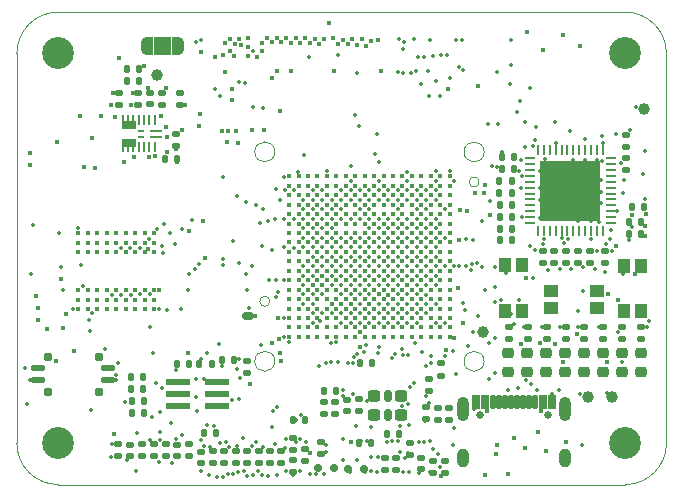
<source format=gts>
G04 #@! TF.GenerationSoftware,KiCad,Pcbnew,9.0.1+dfsg-1*
G04 #@! TF.CreationDate,2025-07-10T12:54:24+02:00*
G04 #@! TF.ProjectId,ulx5m-gs,756c7835-6d2d-4677-932e-6b696361645f,rev?*
G04 #@! TF.SameCoordinates,Original*
G04 #@! TF.FileFunction,Soldermask,Top*
G04 #@! TF.FilePolarity,Negative*
%FSLAX46Y46*%
G04 Gerber Fmt 4.6, Leading zero omitted, Abs format (unit mm)*
G04 Created by KiCad (PCBNEW 9.0.1+dfsg-1) date 2025-07-10 12:54:24*
%MOMM*%
%LPD*%
G01*
G04 APERTURE LIST*
G04 Aperture macros list*
%AMRoundRect*
0 Rectangle with rounded corners*
0 $1 Rounding radius*
0 $2 $3 $4 $5 $6 $7 $8 $9 X,Y pos of 4 corners*
0 Add a 4 corners polygon primitive as box body*
4,1,4,$2,$3,$4,$5,$6,$7,$8,$9,$2,$3,0*
0 Add four circle primitives for the rounded corners*
1,1,$1+$1,$2,$3*
1,1,$1+$1,$4,$5*
1,1,$1+$1,$6,$7*
1,1,$1+$1,$8,$9*
0 Add four rect primitives between the rounded corners*
20,1,$1+$1,$2,$3,$4,$5,0*
20,1,$1+$1,$4,$5,$6,$7,0*
20,1,$1+$1,$6,$7,$8,$9,0*
20,1,$1+$1,$8,$9,$2,$3,0*%
%AMFreePoly0*
4,1,23,0.550000,-0.750000,0.000000,-0.750000,0.000000,-0.745722,-0.065263,-0.745722,-0.191342,-0.711940,-0.304381,-0.646677,-0.396677,-0.554381,-0.461940,-0.441342,-0.495722,-0.315263,-0.495722,-0.250000,-0.500000,-0.250000,-0.500000,0.250000,-0.495722,0.250000,-0.495722,0.315263,-0.461940,0.441342,-0.396677,0.554381,-0.304381,0.646677,-0.191342,0.711940,-0.065263,0.745722,0.000000,0.745722,
0.000000,0.750000,0.550000,0.750000,0.550000,-0.750000,0.550000,-0.750000,$1*%
%AMFreePoly1*
4,1,23,0.000000,0.745722,0.065263,0.745722,0.191342,0.711940,0.304381,0.646677,0.396677,0.554381,0.461940,0.441342,0.495722,0.315263,0.495722,0.250000,0.500000,0.250000,0.500000,-0.250000,0.495722,-0.250000,0.495722,-0.315263,0.461940,-0.441342,0.396677,-0.554381,0.304381,-0.646677,0.191342,-0.711940,0.065263,-0.745722,0.000000,-0.745722,0.000000,-0.750000,-0.550000,-0.750000,
-0.550000,0.750000,0.000000,0.750000,0.000000,0.745722,0.000000,0.745722,$1*%
G04 Aperture macros list end*
%ADD10C,0.100000*%
%ADD11RoundRect,0.135000X0.185000X-0.135000X0.185000X0.135000X-0.185000X0.135000X-0.185000X-0.135000X0*%
%ADD12RoundRect,0.135000X0.135000X0.185000X-0.135000X0.185000X-0.135000X-0.185000X0.135000X-0.185000X0*%
%ADD13RoundRect,0.140000X-0.170000X0.140000X-0.170000X-0.140000X0.170000X-0.140000X0.170000X0.140000X0*%
%ADD14RoundRect,0.218750X-0.256250X0.218750X-0.256250X-0.218750X0.256250X-0.218750X0.256250X0.218750X0*%
%ADD15RoundRect,0.140000X0.170000X-0.140000X0.170000X0.140000X-0.170000X0.140000X-0.170000X-0.140000X0*%
%ADD16C,2.700000*%
%ADD17C,0.400000*%
%ADD18R,1.150000X1.050000*%
%ADD19RoundRect,0.135000X-0.185000X0.135000X-0.185000X-0.135000X0.185000X-0.135000X0.185000X0.135000X0*%
%ADD20RoundRect,0.135000X-0.135000X-0.185000X0.135000X-0.185000X0.135000X0.185000X-0.135000X0.185000X0*%
%ADD21C,1.000000*%
%ADD22RoundRect,0.150000X0.150000X0.200000X-0.150000X0.200000X-0.150000X-0.200000X0.150000X-0.200000X0*%
%ADD23RoundRect,0.147500X0.172500X-0.147500X0.172500X0.147500X-0.172500X0.147500X-0.172500X-0.147500X0*%
%ADD24C,0.650000*%
%ADD25RoundRect,0.070000X0.150000X0.500000X-0.150000X0.500000X-0.150000X-0.500000X0.150000X-0.500000X0*%
%ADD26RoundRect,0.070000X-0.150000X-0.500000X0.150000X-0.500000X0.150000X0.500000X-0.150000X0.500000X0*%
%ADD27RoundRect,0.070000X0.300000X0.500000X-0.300000X0.500000X-0.300000X-0.500000X0.300000X-0.500000X0*%
%ADD28RoundRect,0.070000X-0.300000X-0.500000X0.300000X-0.500000X0.300000X0.500000X-0.300000X0.500000X0*%
%ADD29O,1.000000X1.600000*%
%ADD30O,1.000000X2.100000*%
%ADD31R,1.050000X1.150000*%
%ADD32RoundRect,0.062500X-0.062500X0.375000X-0.062500X-0.375000X0.062500X-0.375000X0.062500X0.375000X0*%
%ADD33RoundRect,0.062500X-0.375000X0.062500X-0.375000X-0.062500X0.375000X-0.062500X0.375000X0.062500X0*%
%ADD34R,5.150000X5.150000*%
%ADD35RoundRect,0.250000X-0.275000X0.250000X-0.275000X-0.250000X0.275000X-0.250000X0.275000X0.250000X0*%
%ADD36RoundRect,0.162500X-0.162500X0.337500X-0.162500X-0.337500X0.162500X-0.337500X0.162500X0.337500X0*%
%ADD37RoundRect,0.125000X0.475000X0.125000X-0.475000X0.125000X-0.475000X-0.125000X0.475000X-0.125000X0*%
%ADD38RoundRect,0.175000X0.175000X0.175000X-0.175000X0.175000X-0.175000X-0.175000X0.175000X-0.175000X0*%
%ADD39FreePoly0,0.000000*%
%ADD40R,1.000000X1.500000*%
%ADD41FreePoly1,0.000000*%
%ADD42RoundRect,0.150000X0.350000X0.150000X-0.350000X0.150000X-0.350000X-0.150000X0.350000X-0.150000X0*%
%ADD43R,0.203200X0.812800*%
%ADD44R,0.203200X0.508000*%
%ADD45R,1.092200X0.254000*%
%ADD46R,0.508000X0.254000*%
%ADD47R,2.000000X0.500000*%
%ADD48C,0.420000*%
%ADD49C,0.450000*%
%ADD50C,0.350000*%
G04 #@! TA.AperFunction,Profile*
%ADD51C,0.100000*%
G04 #@! TD*
G04 APERTURE END LIST*
G36*
X70785000Y-59590000D02*
G01*
X72285000Y-59590000D01*
X72285000Y-61090000D01*
X70785000Y-61090000D01*
X70785000Y-59590000D01*
G37*
D10*
X69176602Y-67325000D02*
X68073401Y-67325000D01*
X68073401Y-66727000D01*
X69176602Y-66727000D01*
X69176602Y-67325000D01*
G36*
X69176602Y-67325000D02*
G01*
X68073401Y-67325000D01*
X68073401Y-66727000D01*
X69176602Y-66727000D01*
X69176602Y-67325000D01*
G37*
X69176602Y-68823000D02*
X68073401Y-68823000D01*
X68073401Y-68225000D01*
X69176602Y-68225000D01*
X69176602Y-68823000D01*
G36*
X69176602Y-68823000D02*
G01*
X68073401Y-68823000D01*
X68073401Y-68225000D01*
X69176602Y-68225000D01*
X69176602Y-68823000D01*
G37*
D11*
X73810000Y-95090000D03*
X73810000Y-94070000D03*
D12*
X101270000Y-70740000D03*
X100250000Y-70740000D03*
D13*
X93870000Y-90930000D03*
X93870000Y-91890000D03*
D14*
X107230000Y-86352500D03*
X107230000Y-87927500D03*
D15*
X76760000Y-95630000D03*
X76760000Y-94670000D03*
D16*
X62710000Y-93980000D03*
D17*
X82260000Y-71380000D03*
X83060000Y-71380000D03*
X83860000Y-71380000D03*
X84660000Y-71380000D03*
X85460000Y-71380000D03*
X86260000Y-71380000D03*
X87060000Y-71380000D03*
X87860000Y-71380000D03*
X88660000Y-71380000D03*
X89460000Y-71380000D03*
X90260000Y-71380000D03*
X91060000Y-71380000D03*
X91860000Y-71380000D03*
X92660000Y-71380000D03*
X93460000Y-71380000D03*
X94260000Y-71380000D03*
X95060000Y-71380000D03*
X95860000Y-71380000D03*
X82260000Y-72180000D03*
X83060000Y-72180000D03*
X83860000Y-72180000D03*
X84660000Y-72180000D03*
X85460000Y-72180000D03*
X86260000Y-72180000D03*
X87060000Y-72180000D03*
X87860000Y-72180000D03*
X88660000Y-72180000D03*
X89460000Y-72180000D03*
X90260000Y-72180000D03*
X91060000Y-72180000D03*
X91860000Y-72180000D03*
X92660000Y-72180000D03*
X93460000Y-72180000D03*
X94260000Y-72180000D03*
X95060000Y-72180000D03*
X95860000Y-72180000D03*
X82260000Y-72980000D03*
X83060000Y-72980000D03*
X83860000Y-72980000D03*
X84660000Y-72980000D03*
X85460000Y-72980000D03*
X86260000Y-72980000D03*
X87060000Y-72980000D03*
X87860000Y-72980000D03*
X88660000Y-72980000D03*
X89460000Y-72980000D03*
X90260000Y-72980000D03*
X91060000Y-72980000D03*
X91860000Y-72980000D03*
X92660000Y-72980000D03*
X93460000Y-72980000D03*
X94260000Y-72980000D03*
X95060000Y-72980000D03*
X95860000Y-72980000D03*
X82260000Y-73780000D03*
X83060000Y-73780000D03*
X83860000Y-73780000D03*
X84660000Y-73780000D03*
X85460000Y-73780000D03*
X86260000Y-73780000D03*
X87060000Y-73780000D03*
X87860000Y-73780000D03*
X88660000Y-73780000D03*
X89460000Y-73780000D03*
X90260000Y-73780000D03*
X91060000Y-73780000D03*
X91860000Y-73780000D03*
X92660000Y-73780000D03*
X93460000Y-73780000D03*
X94260000Y-73780000D03*
X95060000Y-73780000D03*
X95860000Y-73780000D03*
X82260000Y-74580000D03*
X83060000Y-74580000D03*
X83860000Y-74580000D03*
X84660000Y-74580000D03*
X85460000Y-74580000D03*
X86260000Y-74580000D03*
X87060000Y-74580000D03*
X87860000Y-74580000D03*
X88660000Y-74580000D03*
X89460000Y-74580000D03*
X90260000Y-74580000D03*
X91060000Y-74580000D03*
X91860000Y-74580000D03*
X92660000Y-74580000D03*
X93460000Y-74580000D03*
X94260000Y-74580000D03*
X95060000Y-74580000D03*
X95860000Y-74580000D03*
X82260000Y-75380000D03*
X83060000Y-75380000D03*
X83860000Y-75380000D03*
X84660000Y-75380000D03*
X85460000Y-75380000D03*
X86260000Y-75380000D03*
X87060000Y-75380000D03*
X87860000Y-75380000D03*
X88660000Y-75380000D03*
X89460000Y-75380000D03*
X90260000Y-75380000D03*
X91060000Y-75380000D03*
X91860000Y-75380000D03*
X92660000Y-75380000D03*
X93460000Y-75380000D03*
X94260000Y-75380000D03*
X95060000Y-75380000D03*
X95860000Y-75380000D03*
X82260000Y-76180000D03*
X83060000Y-76180000D03*
X83860000Y-76180000D03*
X84660000Y-76180000D03*
X85460000Y-76180000D03*
X86260000Y-76180000D03*
X87060000Y-76180000D03*
X87860000Y-76180000D03*
X88660000Y-76180000D03*
X89460000Y-76180000D03*
X90260000Y-76180000D03*
X91060000Y-76180000D03*
X91860000Y-76180000D03*
X92660000Y-76180000D03*
X93460000Y-76180000D03*
X94260000Y-76180000D03*
X95060000Y-76180000D03*
X95860000Y-76180000D03*
X82260000Y-76980000D03*
X83060000Y-76980000D03*
X83860000Y-76980000D03*
X84660000Y-76980000D03*
X85460000Y-76980000D03*
X86260000Y-76980000D03*
X87060000Y-76980000D03*
X87860000Y-76980000D03*
X88660000Y-76980000D03*
X89460000Y-76980000D03*
X90260000Y-76980000D03*
X91060000Y-76980000D03*
X91860000Y-76980000D03*
X92660000Y-76980000D03*
X93460000Y-76980000D03*
X94260000Y-76980000D03*
X95060000Y-76980000D03*
X95860000Y-76980000D03*
X82260000Y-77780000D03*
X83060000Y-77780000D03*
X83860000Y-77780000D03*
X84660000Y-77780000D03*
X85460000Y-77780000D03*
X86260000Y-77780000D03*
X87060000Y-77780000D03*
X87860000Y-77780000D03*
X88660000Y-77780000D03*
X89460000Y-77780000D03*
X90260000Y-77780000D03*
X91060000Y-77780000D03*
X91860000Y-77780000D03*
X92660000Y-77780000D03*
X93460000Y-77780000D03*
X94260000Y-77780000D03*
X95060000Y-77780000D03*
X95860000Y-77780000D03*
X82260000Y-78580000D03*
X83060000Y-78580000D03*
X83860000Y-78580000D03*
X84660000Y-78580000D03*
X85460000Y-78580000D03*
X86260000Y-78580000D03*
X87060000Y-78580000D03*
X87860000Y-78580000D03*
X88660000Y-78580000D03*
X89460000Y-78580000D03*
X90260000Y-78580000D03*
X91060000Y-78580000D03*
X91860000Y-78580000D03*
X92660000Y-78580000D03*
X93460000Y-78580000D03*
X94260000Y-78580000D03*
X95060000Y-78580000D03*
X95860000Y-78580000D03*
X82260000Y-79380000D03*
X83060000Y-79380000D03*
X83860000Y-79380000D03*
X84660000Y-79380000D03*
X85460000Y-79380000D03*
X86260000Y-79380000D03*
X87060000Y-79380000D03*
X87860000Y-79380000D03*
X88660000Y-79380000D03*
X89460000Y-79380000D03*
X90260000Y-79380000D03*
X91060000Y-79380000D03*
X91860000Y-79380000D03*
X92660000Y-79380000D03*
X93460000Y-79380000D03*
X94260000Y-79380000D03*
X95060000Y-79380000D03*
X95860000Y-79380000D03*
X82260000Y-80180000D03*
X83060000Y-80180000D03*
X83860000Y-80180000D03*
X84660000Y-80180000D03*
X85460000Y-80180000D03*
X86260000Y-80180000D03*
X87060000Y-80180000D03*
X87860000Y-80180000D03*
X88660000Y-80180000D03*
X89460000Y-80180000D03*
X90260000Y-80180000D03*
X91060000Y-80180000D03*
X91860000Y-80180000D03*
X92660000Y-80180000D03*
X93460000Y-80180000D03*
X94260000Y-80180000D03*
X95060000Y-80180000D03*
X95860000Y-80180000D03*
X82260000Y-80980000D03*
X83060000Y-80980000D03*
X83860000Y-80980000D03*
X84660000Y-80980000D03*
X85460000Y-80980000D03*
X86260000Y-80980000D03*
X87060000Y-80980000D03*
X87860000Y-80980000D03*
X88660000Y-80980000D03*
X89460000Y-80980000D03*
X90260000Y-80980000D03*
X91060000Y-80980000D03*
X91860000Y-80980000D03*
X92660000Y-80980000D03*
X93460000Y-80980000D03*
X94260000Y-80980000D03*
X95060000Y-80980000D03*
X95860000Y-80980000D03*
X82260000Y-81780000D03*
X83060000Y-81780000D03*
X83860000Y-81780000D03*
X84660000Y-81780000D03*
X85460000Y-81780000D03*
X86260000Y-81780000D03*
X87060000Y-81780000D03*
X87860000Y-81780000D03*
X88660000Y-81780000D03*
X89460000Y-81780000D03*
X90260000Y-81780000D03*
X91060000Y-81780000D03*
X91860000Y-81780000D03*
X92660000Y-81780000D03*
X93460000Y-81780000D03*
X94260000Y-81780000D03*
X95060000Y-81780000D03*
X95860000Y-81780000D03*
X82260000Y-82580000D03*
X83060000Y-82580000D03*
X83860000Y-82580000D03*
X84660000Y-82580000D03*
X85460000Y-82580000D03*
X86260000Y-82580000D03*
X87060000Y-82580000D03*
X87860000Y-82580000D03*
X88660000Y-82580000D03*
X89460000Y-82580000D03*
X90260000Y-82580000D03*
X91060000Y-82580000D03*
X91860000Y-82580000D03*
X92660000Y-82580000D03*
X93460000Y-82580000D03*
X94260000Y-82580000D03*
X95060000Y-82580000D03*
X95860000Y-82580000D03*
X82260000Y-83380000D03*
X83060000Y-83380000D03*
X83860000Y-83380000D03*
X84660000Y-83380000D03*
X85460000Y-83380000D03*
X86260000Y-83380000D03*
X87060000Y-83380000D03*
X87860000Y-83380000D03*
X88660000Y-83380000D03*
X89460000Y-83380000D03*
X90260000Y-83380000D03*
X91060000Y-83380000D03*
X91860000Y-83380000D03*
X92660000Y-83380000D03*
X93460000Y-83380000D03*
X94260000Y-83380000D03*
X95060000Y-83380000D03*
X95860000Y-83380000D03*
X82260000Y-84180000D03*
X83060000Y-84180000D03*
X83860000Y-84180000D03*
X84660000Y-84180000D03*
X85460000Y-84180000D03*
X86260000Y-84180000D03*
X87060000Y-84180000D03*
X87860000Y-84180000D03*
X88660000Y-84180000D03*
X89460000Y-84180000D03*
X90260000Y-84180000D03*
X91060000Y-84180000D03*
X91860000Y-84180000D03*
X92660000Y-84180000D03*
X93460000Y-84180000D03*
X94260000Y-84180000D03*
X95060000Y-84180000D03*
X95860000Y-84180000D03*
X82260000Y-84980000D03*
X83060000Y-84980000D03*
X83860000Y-84980000D03*
X84660000Y-84980000D03*
X85460000Y-84980000D03*
X86260000Y-84980000D03*
X87060000Y-84980000D03*
X87860000Y-84980000D03*
X88660000Y-84980000D03*
X89460000Y-84980000D03*
X90260000Y-84980000D03*
X91060000Y-84980000D03*
X91860000Y-84980000D03*
X92660000Y-84980000D03*
X93460000Y-84980000D03*
X94260000Y-84980000D03*
X95060000Y-84980000D03*
X95860000Y-84980000D03*
D15*
X81610000Y-95630000D03*
X81610000Y-94670000D03*
D12*
X112045000Y-75290000D03*
X111025000Y-75290000D03*
D14*
X112030000Y-86352500D03*
X112030000Y-87927500D03*
D15*
X87160000Y-91240000D03*
X87160000Y-90280000D03*
D18*
X108298748Y-82540000D03*
X104448748Y-82540000D03*
X108298748Y-81090000D03*
X104448748Y-81090000D03*
D11*
X105670000Y-85157500D03*
X105670000Y-84137500D03*
D13*
X90370000Y-95250000D03*
X90370000Y-96210000D03*
D19*
X95430000Y-95500000D03*
X95430000Y-96520000D03*
D15*
X70505001Y-65287000D03*
X70505001Y-64327000D03*
D19*
X103715000Y-77690000D03*
X103715000Y-78710000D03*
D20*
X88260000Y-87210000D03*
X89280000Y-87210000D03*
D12*
X73750000Y-87280000D03*
X72730000Y-87280000D03*
D19*
X110775000Y-69820000D03*
X110775000Y-70840000D03*
X95150000Y-87230000D03*
X95150000Y-88250000D03*
D15*
X80640000Y-95630000D03*
X80640000Y-94670000D03*
D19*
X78660000Y-87030000D03*
X78660000Y-88050000D03*
D11*
X107260000Y-85157500D03*
X107260000Y-84137500D03*
D15*
X77730000Y-95630000D03*
X77730000Y-94670000D03*
D20*
X88140000Y-93990000D03*
X89160000Y-93990000D03*
D15*
X72695000Y-68775000D03*
X72695000Y-67815000D03*
D11*
X104080000Y-85157500D03*
X104080000Y-84137500D03*
D14*
X100830000Y-86352500D03*
X100830000Y-87927500D03*
D17*
X70821722Y-76220000D03*
X70821722Y-77020000D03*
X70821722Y-77820000D03*
X70821722Y-81020000D03*
X70821722Y-81820000D03*
X70821722Y-82620000D03*
X70021722Y-76220000D03*
X70021722Y-77020000D03*
X70021722Y-77820000D03*
X70021722Y-81020000D03*
X70021722Y-81820000D03*
X70021722Y-82620000D03*
X69221722Y-76220000D03*
X69221722Y-77020000D03*
X69221722Y-77820000D03*
X69221722Y-81020000D03*
X69221722Y-81820000D03*
X69221722Y-82620000D03*
X68421722Y-76220000D03*
X68421722Y-77020000D03*
X68421722Y-77820000D03*
X68421722Y-81020000D03*
X68421722Y-81820000D03*
X68421722Y-82620000D03*
X67621722Y-76220000D03*
X67621722Y-77020000D03*
X67621722Y-77820000D03*
X67621722Y-81020000D03*
X67621722Y-81820000D03*
X67621722Y-82620000D03*
X66821722Y-76220000D03*
X66821722Y-77020000D03*
X66821722Y-77820000D03*
X66821722Y-81020000D03*
X66821722Y-81820000D03*
X66821722Y-82620000D03*
X66021722Y-76220000D03*
X66021722Y-77020000D03*
X66021722Y-77820000D03*
X66021722Y-81020000D03*
X66021722Y-81820000D03*
X66021722Y-82620000D03*
X65221722Y-76220000D03*
X65221722Y-77020000D03*
X65221722Y-77820000D03*
X65221722Y-81020000D03*
X65221722Y-81820000D03*
X65221722Y-82620000D03*
X64421722Y-76220000D03*
X64421722Y-77020000D03*
X64421722Y-77820000D03*
X64421722Y-81020000D03*
X64421722Y-81820000D03*
X64421722Y-82620000D03*
D14*
X102430000Y-86352500D03*
X102430000Y-87927500D03*
D15*
X74810000Y-95650000D03*
X74810000Y-94690000D03*
D13*
X93440000Y-95230000D03*
X93440000Y-96190000D03*
D21*
X112290000Y-65710000D03*
D11*
X69495001Y-65327000D03*
X69495001Y-64307000D03*
D14*
X105630000Y-86352500D03*
X105630000Y-87927500D03*
D22*
X87220000Y-96130000D03*
X88620000Y-96130000D03*
D23*
X72810000Y-95067500D03*
X72810000Y-94097500D03*
D19*
X71814887Y-94072128D03*
X71814887Y-95092128D03*
D11*
X100900000Y-85157500D03*
X100900000Y-84137500D03*
D16*
X110710000Y-60980000D03*
D14*
X110430000Y-86352500D03*
X110430000Y-87927500D03*
X108830000Y-86352500D03*
X108830000Y-87927500D03*
D20*
X90540000Y-93180000D03*
X91560000Y-93180000D03*
D11*
X110440000Y-85157500D03*
X110440000Y-84137500D03*
D13*
X91310000Y-95250000D03*
X91310000Y-96210000D03*
D15*
X82580000Y-94530000D03*
X82580000Y-93570000D03*
D12*
X86220000Y-89580000D03*
X85200000Y-89580000D03*
D24*
X98410000Y-91618750D03*
X104190000Y-91618750D03*
D25*
X100050000Y-90513750D03*
X101050000Y-90513750D03*
D26*
X101550000Y-90513750D03*
X102550000Y-90513750D03*
X103050000Y-90513750D03*
X102050000Y-90513750D03*
D25*
X100550000Y-90513750D03*
X99550000Y-90513750D03*
D27*
X98075000Y-90513750D03*
D28*
X104525000Y-90513750D03*
D29*
X96982000Y-95268750D03*
D30*
X96982000Y-91088750D03*
X105618000Y-91088750D03*
D29*
X105618000Y-95268750D03*
D27*
X98850000Y-90513750D03*
D28*
X103750000Y-90513750D03*
D21*
X71095001Y-62817000D03*
D19*
X83580000Y-94480000D03*
X83580000Y-95500000D03*
D12*
X112045000Y-76300000D03*
X111025000Y-76300000D03*
X101120000Y-74810000D03*
X100100000Y-74810000D03*
D19*
X82590000Y-95430000D03*
X82590000Y-96450000D03*
X105725000Y-77680000D03*
X105725000Y-78700000D03*
D12*
X101120000Y-76810000D03*
X100100000Y-76810000D03*
D13*
X85210000Y-90530000D03*
X85210000Y-91490000D03*
D12*
X101090000Y-72810000D03*
X100070000Y-72810000D03*
D19*
X70784887Y-94072128D03*
X70784887Y-95092128D03*
D21*
X98690000Y-84550000D03*
D23*
X68760000Y-95070000D03*
X68760000Y-94100000D03*
D12*
X101270000Y-69740000D03*
X100250000Y-69740000D03*
D19*
X110775000Y-67900000D03*
X110775000Y-68920000D03*
D12*
X69515001Y-62337000D03*
X68495001Y-62337000D03*
D16*
X110710000Y-93980000D03*
D19*
X106725000Y-77680000D03*
X106725000Y-78700000D03*
D16*
X62710000Y-60980000D03*
D31*
X112065000Y-78945000D03*
X112065000Y-82795000D03*
X110615000Y-78945000D03*
X110615000Y-82795000D03*
D15*
X88140000Y-91230000D03*
X88140000Y-90270000D03*
D19*
X109005000Y-77690000D03*
X109005000Y-78710000D03*
D21*
X109620000Y-90070000D03*
D13*
X86180000Y-90530000D03*
X86180000Y-91490000D03*
D12*
X101090000Y-71810000D03*
X100070000Y-71810000D03*
D11*
X95780000Y-92000000D03*
X95780000Y-90980000D03*
D19*
X71515001Y-64327000D03*
X71515001Y-65347000D03*
D11*
X94840000Y-92000000D03*
X94840000Y-90980000D03*
D19*
X67760000Y-94070000D03*
X67760000Y-95090000D03*
D20*
X68920000Y-90390000D03*
X69940000Y-90390000D03*
X68880000Y-89380000D03*
X69900000Y-89380000D03*
D19*
X107725000Y-77690000D03*
X107725000Y-78710000D03*
D22*
X84680000Y-96120000D03*
X86080000Y-96120000D03*
D19*
X84970000Y-93850000D03*
X84970000Y-94870000D03*
D11*
X108850000Y-85157500D03*
X108850000Y-84137500D03*
D21*
X107560000Y-90090000D03*
D11*
X102490000Y-85157500D03*
X102490000Y-84137500D03*
X67885001Y-65347000D03*
X67885001Y-64327000D03*
D32*
X108822500Y-69152500D03*
X108322500Y-69152500D03*
X107822500Y-69152500D03*
X107322500Y-69152500D03*
X106822500Y-69152500D03*
X106322500Y-69152500D03*
X105822500Y-69152500D03*
X105322500Y-69152500D03*
X104822500Y-69152500D03*
X104322500Y-69152500D03*
X103822500Y-69152500D03*
X103322500Y-69152500D03*
D33*
X102635000Y-69840000D03*
X102635000Y-70340000D03*
X102635000Y-70840000D03*
X102635000Y-71340000D03*
X102635000Y-71840000D03*
X102635000Y-72340000D03*
X102635000Y-72840000D03*
X102635000Y-73340000D03*
X102635000Y-73840000D03*
X102635000Y-74340000D03*
X102635000Y-74840000D03*
X102635000Y-75340000D03*
D32*
X103322500Y-76027500D03*
X103822500Y-76027500D03*
X104322500Y-76027500D03*
X104822500Y-76027500D03*
X105322500Y-76027500D03*
X105822500Y-76027500D03*
X106322500Y-76027500D03*
X106822500Y-76027500D03*
X107322500Y-76027500D03*
X107822500Y-76027500D03*
X108322500Y-76027500D03*
X108822500Y-76027500D03*
D33*
X109510000Y-75340000D03*
X109510000Y-74840000D03*
X109510000Y-74340000D03*
X109510000Y-73840000D03*
X109510000Y-73340000D03*
X109510000Y-72840000D03*
X109510000Y-72340000D03*
X109510000Y-71840000D03*
X109510000Y-71340000D03*
X109510000Y-70840000D03*
X109510000Y-70340000D03*
X109510000Y-69840000D03*
D34*
X106072500Y-72590000D03*
D35*
X91725000Y-89970000D03*
D36*
X90600000Y-89970000D03*
D35*
X89475000Y-89970000D03*
X89475000Y-91570000D03*
D36*
X90600000Y-91570000D03*
D35*
X91725000Y-91570000D03*
D12*
X69515001Y-63347000D03*
X68495001Y-63347000D03*
D31*
X101955000Y-78905000D03*
X101955000Y-82755000D03*
X100505000Y-78905000D03*
X100505000Y-82755000D03*
D11*
X94430000Y-96510000D03*
X94430000Y-95490000D03*
D37*
X66940000Y-88640000D03*
X66940000Y-87640000D03*
X61040000Y-87640000D03*
X61040000Y-88640000D03*
D38*
X66140000Y-89640000D03*
X66140000Y-86640000D03*
X61840000Y-89640000D03*
X61840000Y-86640000D03*
D19*
X69770000Y-94070000D03*
X69770000Y-95090000D03*
D15*
X78690000Y-95630000D03*
X78690000Y-94670000D03*
D12*
X69940000Y-91410000D03*
X68920000Y-91410000D03*
D15*
X75780000Y-95640000D03*
X75780000Y-94680000D03*
D12*
X101120000Y-75810000D03*
X100100000Y-75810000D03*
X101120000Y-73810000D03*
X100100000Y-73810000D03*
X77620000Y-86970000D03*
X76600000Y-86970000D03*
X69890000Y-88370000D03*
X68870000Y-88370000D03*
D11*
X112030000Y-85157500D03*
X112030000Y-84137500D03*
D39*
X70235000Y-60340000D03*
D40*
X71535000Y-60340000D03*
D41*
X72835000Y-60340000D03*
D19*
X94140000Y-88530000D03*
X94140000Y-89550000D03*
D20*
X75040000Y-93090000D03*
X76060000Y-93090000D03*
D19*
X104715000Y-77690000D03*
X104715000Y-78710000D03*
D42*
X78780000Y-83190000D03*
D12*
X75690000Y-87270000D03*
X74670000Y-87270000D03*
D11*
X73045000Y-65325000D03*
X73045000Y-64305000D03*
D20*
X82610000Y-92040000D03*
X83630000Y-92040000D03*
D14*
X104030000Y-86352500D03*
X104030000Y-87927500D03*
D43*
X70875001Y-66625000D03*
X70425002Y-66625000D03*
X69975000Y-66625000D03*
X69525001Y-66625000D03*
D44*
X69075002Y-66473000D03*
X68625000Y-66473000D03*
X68175001Y-66473000D03*
X68175001Y-69077000D03*
X68625000Y-69077000D03*
X69075002Y-69077000D03*
D43*
X69525001Y-68925000D03*
X69975000Y-68925000D03*
X70425002Y-68925000D03*
X70875001Y-68925000D03*
D45*
X71025001Y-68025000D03*
X71025001Y-67525000D03*
D46*
X69750002Y-67525000D03*
X69750002Y-68025000D03*
D15*
X79670000Y-95630000D03*
X79670000Y-94670000D03*
D47*
X76150000Y-90830000D03*
X72850000Y-90830000D03*
X76150000Y-89830000D03*
X72850000Y-89830000D03*
X76150000Y-88830000D03*
X72850000Y-88830000D03*
D12*
X112335000Y-73950000D03*
X111315000Y-73950000D03*
D13*
X92460000Y-94000000D03*
X92460000Y-94960000D03*
D12*
X72810000Y-69890000D03*
X71790000Y-69890000D03*
D48*
X77230000Y-59720000D03*
D49*
X99740000Y-94890000D03*
D48*
X78150000Y-60230000D03*
D49*
X101280000Y-93500000D03*
X103590000Y-91240000D03*
X70365000Y-69735000D03*
D48*
X77660000Y-60170000D03*
X78810000Y-59700000D03*
X76820000Y-60080000D03*
D49*
X72685000Y-69055000D03*
X102390000Y-59180000D03*
X105430000Y-87130000D03*
X106610000Y-84760000D03*
X60280000Y-70430000D03*
X70945000Y-69635000D03*
X72775000Y-70160000D03*
X62650000Y-68490000D03*
X105410000Y-59410000D03*
X102240000Y-94350000D03*
D48*
X78030000Y-59760000D03*
D49*
X109160000Y-87120000D03*
X99000000Y-91230000D03*
X64900000Y-70610000D03*
X103750000Y-60710000D03*
D50*
X92260000Y-78980000D03*
D49*
X64520000Y-66290000D03*
D50*
X77060000Y-96560000D03*
D49*
X109300000Y-81340000D03*
D50*
X105111250Y-73551250D03*
D49*
X103470000Y-85520000D03*
D50*
X87460000Y-80580000D03*
X80524601Y-80180240D03*
X89060000Y-78180000D03*
X90660000Y-79780000D03*
X91460000Y-75780000D03*
X87460000Y-76580000D03*
X95470000Y-86620000D03*
D49*
X100760000Y-96600000D03*
D50*
X90660000Y-78980000D03*
D49*
X104780000Y-85590000D03*
D50*
X68370000Y-90490000D03*
X87870000Y-66180000D03*
D49*
X70005000Y-62025000D03*
D50*
X83980000Y-61250000D03*
X68020000Y-77480000D03*
D49*
X75130000Y-78310000D03*
D50*
X96980000Y-82150000D03*
X72350000Y-95660000D03*
X87460000Y-77380000D03*
X97860000Y-76800000D03*
D49*
X71795000Y-63865000D03*
D50*
X105200000Y-84130000D03*
X91570000Y-59740000D03*
X81060000Y-74980000D03*
X87460000Y-79780000D03*
X101310000Y-83890000D03*
D49*
X81380000Y-85140000D03*
D50*
X107060000Y-94120000D03*
D49*
X63080000Y-84210000D03*
D50*
X94220000Y-59850000D03*
X84915000Y-83635000D03*
X86810000Y-89460000D03*
X92360000Y-86540000D03*
X110120000Y-84570000D03*
X92260000Y-78180000D03*
X101020000Y-61970000D03*
D48*
X77910000Y-68590000D03*
D50*
X68040000Y-81390000D03*
X97020000Y-62410000D03*
D49*
X80830000Y-85520000D03*
D50*
X88860000Y-90410000D03*
X86260000Y-85380000D03*
X90660000Y-76580000D03*
X91610000Y-92520000D03*
X99410000Y-70540000D03*
X64410000Y-75790000D03*
X72190000Y-76160000D03*
X100220000Y-81820000D03*
X93760000Y-92070000D03*
X62800000Y-76190000D03*
D49*
X65830000Y-70640000D03*
D50*
X71360000Y-93050000D03*
X92950000Y-85510000D03*
X73220000Y-75880000D03*
X81990000Y-93590000D03*
X88260000Y-74980000D03*
X81860000Y-84980000D03*
X103070000Y-77660000D03*
X92050000Y-95220000D03*
X69650000Y-81380000D03*
X86660000Y-81380000D03*
X107275000Y-69980000D03*
X78430000Y-96330000D03*
X96610000Y-62140000D03*
X79430000Y-93850000D03*
X63080000Y-81020000D03*
D48*
X85600000Y-58360000D03*
D50*
X65510000Y-91140000D03*
X92440000Y-92460000D03*
X105322500Y-76630000D03*
X104260000Y-73310000D03*
D48*
X74800000Y-60870000D03*
D50*
X103485000Y-73390000D03*
X104540000Y-89800000D03*
X76950000Y-93850000D03*
X99820000Y-70630000D03*
X85230000Y-96550000D03*
X89490000Y-69510000D03*
X98200000Y-78730000D03*
X85860000Y-77380000D03*
X106310000Y-74680000D03*
X87460000Y-78180000D03*
X85860000Y-80580000D03*
X88260000Y-81380000D03*
D49*
X73215000Y-67435000D03*
D50*
X91460000Y-81380000D03*
X89060000Y-79780000D03*
X90660000Y-82980000D03*
X94000000Y-62460000D03*
D49*
X103330000Y-93000000D03*
D50*
X108655000Y-72690000D03*
X85860000Y-78180000D03*
X95910000Y-63030000D03*
X108665000Y-71710000D03*
X74250000Y-79270000D03*
X91460000Y-74180000D03*
X89060000Y-76580000D03*
X87970000Y-62650000D03*
X95850000Y-70930000D03*
X89860000Y-70180000D03*
X92260000Y-76580000D03*
D49*
X96660000Y-76810000D03*
D48*
X79580000Y-61240000D03*
D50*
X81859990Y-74980000D03*
X82260000Y-85380000D03*
X85860000Y-75780000D03*
X94730000Y-63280000D03*
D48*
X82420000Y-62450000D03*
X81200000Y-62450000D03*
D50*
X94660000Y-71780000D03*
X96259992Y-78980000D03*
X96660000Y-78980000D03*
D49*
X110080000Y-81840000D03*
D50*
X81889817Y-72581197D03*
X112520000Y-84120000D03*
X93460000Y-63560000D03*
X108295000Y-69990000D03*
X110430000Y-87130000D03*
X83210000Y-96340000D03*
X111125000Y-67493240D03*
D49*
X96210000Y-85110000D03*
D50*
X78390000Y-93560000D03*
D49*
X70295000Y-63865000D03*
D50*
X109611760Y-77683002D03*
X85860000Y-78980000D03*
X104067500Y-74337500D03*
X111610000Y-65540000D03*
X105090000Y-89450000D03*
X71270000Y-95610000D03*
X88000000Y-95380000D03*
X107815000Y-75180000D03*
X88260000Y-74180000D03*
X108530000Y-84150000D03*
X94660000Y-79780000D03*
X89060000Y-74180000D03*
X69630000Y-77470000D03*
X82610000Y-96690000D03*
X102890000Y-68780000D03*
X108765000Y-70120000D03*
D48*
X74710000Y-66120000D03*
D50*
X66660000Y-85990000D03*
D49*
X88260000Y-85820000D03*
D50*
X81800000Y-71410000D03*
X76450000Y-93960000D03*
X71480000Y-89340000D03*
D48*
X87610000Y-59770000D03*
D50*
X89180000Y-92600000D03*
X80810000Y-92620000D03*
X89060000Y-74980000D03*
X102660000Y-63870000D03*
X89060000Y-77380000D03*
X99270000Y-73460000D03*
X81860000Y-80180000D03*
D17*
X92280000Y-80600000D03*
D50*
X90530000Y-93850000D03*
X87920000Y-92560000D03*
D49*
X98000000Y-72820000D03*
X65610000Y-68150000D03*
D50*
X60420000Y-79660000D03*
D48*
X81220000Y-59640000D03*
D50*
X112250000Y-71150000D03*
X92270000Y-70990000D03*
X100290000Y-69290000D03*
D49*
X98860000Y-96640000D03*
D50*
X76610000Y-87430000D03*
X89060000Y-78980000D03*
X74800000Y-93730000D03*
X96160000Y-94090000D03*
X71620000Y-77890000D03*
X93850000Y-90000000D03*
X93060000Y-74980000D03*
X95460000Y-83780000D03*
D48*
X82410000Y-60060000D03*
D50*
X89700000Y-96450000D03*
D48*
X76980000Y-68450000D03*
D50*
X84050000Y-96570000D03*
X90660000Y-80580000D03*
X85860000Y-74180000D03*
X99730000Y-88030000D03*
X89210000Y-96330000D03*
X85860000Y-79780000D03*
X81860000Y-77380000D03*
D49*
X101880000Y-85570000D03*
D50*
X70420000Y-76700000D03*
X72660000Y-87760000D03*
X85860000Y-76580000D03*
X67210000Y-95130000D03*
X93270000Y-96490000D03*
X105400000Y-74290000D03*
X90660000Y-77380000D03*
X60110000Y-90660000D03*
D48*
X83610000Y-59670000D03*
D49*
X96710000Y-74210000D03*
D50*
X108480000Y-75210000D03*
X82010000Y-96350000D03*
X106910000Y-89830000D03*
X103465000Y-72340000D03*
X94660000Y-80580000D03*
D48*
X90080000Y-62470000D03*
D50*
X85060000Y-81380000D03*
X110560000Y-84120000D03*
X68550000Y-95440000D03*
X86810000Y-95410000D03*
D49*
X77390000Y-64920000D03*
D50*
X64650000Y-78880000D03*
X75470000Y-96680000D03*
D49*
X66350000Y-66310000D03*
D50*
X108331760Y-77691263D03*
D48*
X86020000Y-62470000D03*
D50*
X92810000Y-59720000D03*
D49*
X71405000Y-66275000D03*
X106900000Y-60340000D03*
D50*
X103490000Y-70950000D03*
X91460000Y-74980000D03*
X103660000Y-84120000D03*
D49*
X99820000Y-94130000D03*
D50*
X89060000Y-81380000D03*
D49*
X67365000Y-64325000D03*
D50*
X82830000Y-93870000D03*
X87480000Y-70500000D03*
X64810000Y-80690000D03*
D48*
X80000000Y-60080000D03*
D50*
X89060000Y-75780000D03*
X106700000Y-84130000D03*
X79610000Y-96340000D03*
X69310000Y-96340000D03*
X103910000Y-69950000D03*
X92260000Y-77380000D03*
X91460000Y-82980000D03*
X73140000Y-82650000D03*
X81275000Y-96665000D03*
X108635000Y-73660000D03*
X100950000Y-63590000D03*
X89060000Y-80580000D03*
X74830000Y-96360000D03*
X101060000Y-59870000D03*
X71110000Y-75870000D03*
X62920000Y-79040000D03*
X81185000Y-80180000D03*
X91470000Y-62540000D03*
X95150000Y-88250000D03*
X60600000Y-75510000D03*
X92260000Y-79780000D03*
D17*
X90640000Y-81400000D03*
D50*
X65430000Y-84460000D03*
X92300000Y-94810000D03*
D49*
X60330000Y-69440000D03*
D50*
X102107500Y-84137500D03*
D49*
X71835000Y-67205000D03*
X62530000Y-86990000D03*
D50*
X86785000Y-93635000D03*
D49*
X104010000Y-94660000D03*
D50*
X106285000Y-69980000D03*
X106730000Y-75200000D03*
D49*
X73435000Y-65305000D03*
D50*
X85860000Y-74980000D03*
X70520000Y-84100000D03*
X91810000Y-90790000D03*
X73770000Y-79670000D03*
X103523481Y-74881519D03*
X87460000Y-81380000D03*
X93020000Y-62490000D03*
X87460000Y-78980000D03*
X90660000Y-78180000D03*
X94660000Y-72580000D03*
X97910000Y-91050000D03*
X106717500Y-72167500D03*
X83210000Y-93600000D03*
D48*
X89750000Y-59870000D03*
D49*
X69155000Y-69735000D03*
X68905001Y-65337000D03*
D50*
X91460000Y-78980000D03*
X88260000Y-77380000D03*
X89670000Y-67800000D03*
X89860000Y-79780000D03*
X88260000Y-76580000D03*
D49*
X74650000Y-67130000D03*
D50*
X88260000Y-79780000D03*
X91460000Y-78180000D03*
X86660000Y-76580000D03*
X96365000Y-88135000D03*
X89860000Y-78980000D03*
X86660000Y-77380000D03*
X86660000Y-78180000D03*
X99200000Y-88520000D03*
X88260000Y-78180000D03*
D49*
X97330000Y-74280000D03*
D50*
X88200000Y-67160000D03*
X86660000Y-79780000D03*
X89860000Y-77380000D03*
X98290000Y-83190000D03*
X88260000Y-78980000D03*
X89860000Y-76580000D03*
X88260000Y-80580000D03*
D49*
X73770000Y-76050000D03*
D50*
X86660000Y-80580000D03*
X89860000Y-78180000D03*
X99170000Y-85520000D03*
X89860000Y-80580000D03*
X94080000Y-64540000D03*
X86660000Y-78980000D03*
X95060000Y-64540000D03*
X99720000Y-81990000D03*
X91460000Y-79780000D03*
X91460000Y-77380000D03*
D49*
X98830000Y-72140000D03*
X69050000Y-64290000D03*
D50*
X91460000Y-80580000D03*
X93500000Y-86250000D03*
X91460000Y-76580000D03*
X99720000Y-85110000D03*
X97170000Y-82690000D03*
X94660000Y-82180000D03*
X94660000Y-83780000D03*
X97380000Y-85790000D03*
X101740000Y-81830000D03*
X91840000Y-85980000D03*
D49*
X95520000Y-86120000D03*
D50*
X69920000Y-88190000D03*
X70670000Y-91770000D03*
X99840000Y-62540000D03*
D49*
X112450000Y-74580000D03*
X73730000Y-86310000D03*
X112410000Y-75590000D03*
X98775000Y-72805000D03*
X111275000Y-74620000D03*
D50*
X107835000Y-76720000D03*
X74440000Y-91240000D03*
X71890000Y-82660000D03*
X99060000Y-66950000D03*
D48*
X76700000Y-61070000D03*
D50*
X103720493Y-77133240D03*
X105510000Y-77070000D03*
X70740000Y-86340000D03*
X95630000Y-61150000D03*
D49*
X112410000Y-76460000D03*
D50*
X98610000Y-79040000D03*
X97620000Y-79310000D03*
X67630000Y-88190000D03*
D48*
X76800000Y-62570000D03*
D50*
X72680000Y-93620000D03*
X102010000Y-71340000D03*
X109060000Y-77110000D03*
X67570000Y-88630000D03*
D49*
X99310000Y-74630000D03*
D50*
X69350000Y-93110000D03*
D49*
X60980000Y-82540000D03*
D50*
X97260000Y-76690000D03*
D49*
X102350000Y-79950000D03*
D50*
X75060000Y-88560000D03*
X98580000Y-75180000D03*
X79850000Y-85689300D03*
X67740000Y-87150000D03*
X92260000Y-83780000D03*
X94080000Y-90540000D03*
X91725000Y-91570000D03*
D49*
X87530000Y-93870000D03*
D50*
X91680000Y-94700000D03*
X107140000Y-81100000D03*
D49*
X84010000Y-94780000D03*
D50*
X102670000Y-77260000D03*
D49*
X60820000Y-81540000D03*
D50*
X97790000Y-84540000D03*
D49*
X105690000Y-93840000D03*
D50*
X106040000Y-67530000D03*
X105835000Y-76650000D03*
D49*
X81590000Y-87000000D03*
D50*
X110060000Y-74330000D03*
X101975000Y-74850000D03*
D49*
X78920000Y-88930000D03*
D50*
X78015000Y-90255000D03*
X101935000Y-72340000D03*
X102250000Y-68890000D03*
X101926350Y-70008920D03*
X109525000Y-75940000D03*
X103835000Y-76660000D03*
X112760000Y-83610000D03*
X77960000Y-96380000D03*
X77520000Y-96590000D03*
X79210000Y-96690000D03*
X78680000Y-96740000D03*
X80450000Y-96760000D03*
X80000000Y-96660000D03*
X76660000Y-96800000D03*
X76190000Y-96830000D03*
X89780000Y-95160000D03*
X89170000Y-95160000D03*
X92390000Y-96400000D03*
X91900000Y-96430000D03*
X74390000Y-88580000D03*
X74830000Y-86860000D03*
X107305000Y-68220000D03*
X104815000Y-68570000D03*
D49*
X67205000Y-65375000D03*
X71925000Y-69330000D03*
D50*
X99690000Y-80750000D03*
X76300000Y-85590000D03*
X78060000Y-88480000D03*
X71000000Y-88890000D03*
X75310000Y-86360000D03*
X84260000Y-81380000D03*
X74390000Y-90040000D03*
X83460000Y-81380000D03*
X78010000Y-63390000D03*
X94660000Y-77380000D03*
X78560000Y-63440000D03*
X93860000Y-77380000D03*
X86630000Y-83820000D03*
D17*
X87465000Y-82175000D03*
X89060000Y-82190000D03*
D50*
X88280000Y-82190000D03*
D17*
X86670000Y-82190000D03*
X88260000Y-84580000D03*
D49*
X81450000Y-86340000D03*
X96560000Y-80820000D03*
D17*
X89875000Y-81365000D03*
D50*
X93060000Y-82980000D03*
X93060000Y-83780000D03*
X92260000Y-81380000D03*
D49*
X97000000Y-83800000D03*
D50*
X90660000Y-82180000D03*
X81250000Y-90940000D03*
X77860000Y-94180000D03*
X77130000Y-94300000D03*
X80910000Y-91250000D03*
X89860000Y-82180000D03*
X80010000Y-94310000D03*
X92260000Y-82980000D03*
X93060000Y-82180000D03*
X79160000Y-94220000D03*
X81900000Y-94420000D03*
X93060000Y-81380000D03*
X93860000Y-82180000D03*
X81040000Y-94020000D03*
X91460000Y-82180000D03*
X75520000Y-94330000D03*
X75040000Y-94210000D03*
X92260000Y-82180000D03*
X110595000Y-71680000D03*
X102265000Y-66785000D03*
X104750000Y-66760000D03*
X91940000Y-62600000D03*
X101695603Y-70928446D03*
X92550000Y-62620000D03*
X93660000Y-61240000D03*
X93180000Y-61250000D03*
X85410000Y-94105000D03*
X85410000Y-94695000D03*
X91880000Y-86480000D03*
D48*
X81590000Y-60030000D03*
D50*
X85060000Y-72580000D03*
D48*
X80410000Y-59660000D03*
X81530000Y-65860000D03*
X82820000Y-59670000D03*
D50*
X89860000Y-72580000D03*
D48*
X84010000Y-60120000D03*
D50*
X92260000Y-72580000D03*
D48*
X86010000Y-59710000D03*
X81990000Y-59690000D03*
D50*
X85860000Y-73380000D03*
D48*
X86800000Y-59800000D03*
D50*
X89060000Y-72580000D03*
D48*
X83210000Y-60070000D03*
X85220000Y-59740000D03*
D50*
X86660000Y-73380000D03*
X87459995Y-73379995D03*
D48*
X86420000Y-60180000D03*
D50*
X91460000Y-73380000D03*
X87460000Y-72580000D03*
D48*
X89220000Y-59920000D03*
X84810000Y-60170000D03*
D50*
X88260000Y-72580000D03*
X112350000Y-73270000D03*
X101820000Y-64980000D03*
X93060000Y-72580000D03*
X111300000Y-75710000D03*
X86660000Y-72580000D03*
X90660000Y-72580000D03*
X89060000Y-73380000D03*
D48*
X88020000Y-60240000D03*
X88400000Y-59750000D03*
X88800000Y-60340000D03*
D50*
X88260000Y-73380000D03*
X92260000Y-73380000D03*
X93060000Y-73380000D03*
X108970000Y-79460000D03*
X108130000Y-79250000D03*
X101590000Y-65970000D03*
X78900000Y-82500000D03*
X81140000Y-81630000D03*
X71290000Y-91370000D03*
X81310000Y-81193760D03*
X73220000Y-93300000D03*
X77430000Y-90330000D03*
X93260000Y-93900000D03*
X94850000Y-94860000D03*
X92500000Y-89260000D03*
X102706777Y-89006777D03*
X102353223Y-88653223D03*
X94473223Y-94443223D03*
X92850000Y-88920000D03*
X93710000Y-93860000D03*
X107120000Y-79090000D03*
X106150000Y-79200000D03*
X105180000Y-79220000D03*
X94660000Y-74980000D03*
X104220000Y-79290000D03*
X93860000Y-74980000D03*
X111020000Y-76780000D03*
X93860000Y-73380000D03*
X110338750Y-70290000D03*
X109470000Y-76730000D03*
X93860000Y-72580000D03*
X93860000Y-74180000D03*
X110550000Y-72830000D03*
X91990000Y-60030000D03*
X91930000Y-60630000D03*
X95100000Y-61110000D03*
X94440000Y-61220000D03*
X109180000Y-89750000D03*
X108835000Y-68580000D03*
X103120000Y-68330000D03*
X108750000Y-67940000D03*
X84260000Y-82980000D03*
D48*
X79390000Y-83220000D03*
D50*
X96920000Y-59840000D03*
X103180000Y-67180000D03*
X96380000Y-59880000D03*
X99980000Y-66940000D03*
D49*
X71945000Y-68035000D03*
X67545000Y-66365000D03*
D50*
X75990000Y-64020000D03*
X74410000Y-60050000D03*
X80070000Y-65560000D03*
D48*
X79990000Y-60770000D03*
D50*
X76370000Y-64620000D03*
X74830000Y-59810000D03*
D48*
X80840000Y-63060000D03*
D50*
X90660000Y-73380000D03*
D48*
X80810000Y-60010000D03*
X87230000Y-60200000D03*
D50*
X93860000Y-76580000D03*
D48*
X76000000Y-61240000D03*
D49*
X67430000Y-93160000D03*
X77740000Y-67530000D03*
X95080000Y-96790000D03*
X77460000Y-64030000D03*
X79160000Y-67460000D03*
X98260000Y-63750000D03*
X64030000Y-86150000D03*
X109950000Y-77240000D03*
X68310000Y-70200000D03*
X76540000Y-67570000D03*
X80110000Y-67450000D03*
X67870000Y-61360000D03*
X60980000Y-83540000D03*
D50*
X109960000Y-67760000D03*
X112350000Y-69210000D03*
D49*
X95750000Y-64020000D03*
D48*
X77230000Y-60790000D03*
X78790000Y-60430000D03*
D50*
X92300000Y-90680000D03*
D48*
X77600000Y-61220000D03*
D49*
X61780000Y-84340000D03*
X77090000Y-67580000D03*
D50*
X81160000Y-72492386D03*
X84260000Y-73380000D03*
X83460000Y-74980000D03*
X80070000Y-74158220D03*
X79080000Y-79011540D03*
X83460000Y-78980000D03*
X84260000Y-75780000D03*
X80485000Y-75205000D03*
X84260000Y-77380000D03*
X76624163Y-78364423D03*
X79470000Y-73819740D03*
X84260000Y-74980000D03*
X83460000Y-76580000D03*
X79940000Y-77299980D03*
X78030892Y-78723613D03*
X84260000Y-78980000D03*
X83460000Y-77380000D03*
X80800000Y-77647760D03*
X83460000Y-79780000D03*
X78682437Y-80992437D03*
X83460000Y-74180000D03*
X78596743Y-73557203D03*
X83460000Y-73380000D03*
X81460001Y-73380003D03*
X83460000Y-75780000D03*
X79810000Y-75335240D03*
X77830000Y-73080940D03*
X84260000Y-74180000D03*
X76703200Y-71420220D03*
X84260000Y-72580000D03*
X77550000Y-76899720D03*
X84260000Y-76580000D03*
X76630779Y-78926147D03*
X84260000Y-78180000D03*
X78607359Y-79619740D03*
X84260000Y-79780000D03*
X94660000Y-76580000D03*
X86410000Y-61100000D03*
X79200000Y-60780000D03*
X79180000Y-65520000D03*
X103260000Y-89500000D03*
X96260000Y-92680000D03*
X68820000Y-77480000D03*
X68870000Y-81420000D03*
D49*
X70350000Y-77510000D03*
D50*
X63970000Y-82580000D03*
D48*
X71280000Y-81020000D03*
D50*
X70480000Y-81360000D03*
X71210000Y-82630000D03*
X67270000Y-81390000D03*
D49*
X62970000Y-80090000D03*
D48*
X78800000Y-61190000D03*
D50*
X94660000Y-75780000D03*
X93860000Y-80580000D03*
X89860000Y-73380000D03*
X99690000Y-79080000D03*
X93060000Y-80580000D03*
X93860000Y-79780000D03*
X94660000Y-78980000D03*
X93860000Y-78980000D03*
X93060000Y-79780000D03*
X87380000Y-96450000D03*
X97220000Y-79010000D03*
X95020000Y-96000000D03*
X84530000Y-96600000D03*
X88710000Y-96450000D03*
X94230000Y-96440000D03*
X93810000Y-87470000D03*
X94250000Y-87150000D03*
X97710000Y-78830000D03*
X96170000Y-86170000D03*
X94210000Y-93760000D03*
X94660000Y-78180000D03*
X100810000Y-89460000D03*
X101670000Y-89340000D03*
X93860000Y-75780000D03*
X101050000Y-83050000D03*
X100590000Y-79560000D03*
X93860000Y-78180000D03*
X110550000Y-79660000D03*
X89780000Y-86320000D03*
X90990000Y-93770000D03*
X75880000Y-92490000D03*
X86660000Y-82980000D03*
X86860000Y-89940000D03*
X90630000Y-83780000D03*
X90990000Y-86780000D03*
X91250000Y-86390000D03*
X87650000Y-89830000D03*
X91440000Y-83790000D03*
D49*
X111510000Y-79670000D03*
D50*
X102220000Y-82750000D03*
X102900000Y-79950000D03*
X106710000Y-82810000D03*
X91450000Y-93760000D03*
X89860000Y-85830000D03*
X86380000Y-87140000D03*
X87230000Y-87200000D03*
X85790000Y-87110000D03*
X81860000Y-83380000D03*
X84250000Y-82170000D03*
X84260000Y-83780000D03*
X83460000Y-82180000D03*
D49*
X81310000Y-83390000D03*
D17*
X85860000Y-82160000D03*
D50*
X82710000Y-77420000D03*
X85050000Y-78980000D03*
D17*
X84260000Y-80590000D03*
D50*
X85060000Y-78180000D03*
X85060000Y-76580000D03*
X74670000Y-78820000D03*
D17*
X85060000Y-80580000D03*
X85060000Y-79780000D03*
D50*
X83460000Y-80580000D03*
X85060000Y-77380000D03*
X85060000Y-74180000D03*
X85060000Y-74980000D03*
X82660000Y-74980000D03*
X82660000Y-72580000D03*
X82990000Y-71030000D03*
X85060000Y-75780000D03*
X85060000Y-73380000D03*
D49*
X74960000Y-75140000D03*
D50*
X85450000Y-70920000D03*
X72620000Y-77150000D03*
X86660000Y-74980000D03*
X71690000Y-75460000D03*
X87460000Y-74980000D03*
X87460000Y-71780000D03*
X65300000Y-83510000D03*
X65580000Y-82980000D03*
X86660000Y-74180000D03*
X89860000Y-75780000D03*
D49*
X63360000Y-83070000D03*
D50*
X83520000Y-69570000D03*
X73700000Y-81010000D03*
X74000000Y-75050000D03*
X90660000Y-75780000D03*
X89860000Y-74980000D03*
X89860000Y-71780000D03*
X90660000Y-74980000D03*
X71490000Y-77300000D03*
X92260000Y-71780000D03*
X93060000Y-76580000D03*
X93060000Y-78180000D03*
X93060000Y-77380000D03*
X93060000Y-78980000D03*
X95460000Y-78980000D03*
X95460000Y-76580000D03*
X93060000Y-75780000D03*
X95460000Y-74180000D03*
X96260000Y-71780000D03*
X94670000Y-70960000D03*
X92260000Y-74980000D03*
X93060000Y-74180000D03*
X92260000Y-75780000D03*
X87460000Y-82980000D03*
X87680000Y-87180000D03*
D48*
X84420000Y-59730000D03*
D50*
X91460000Y-72580000D03*
X85860000Y-82980000D03*
X84770000Y-87440000D03*
X82820000Y-92030000D03*
X88260000Y-82980000D03*
X83250000Y-91600000D03*
X85350000Y-87210000D03*
X88260000Y-83780000D03*
X75340000Y-92460000D03*
X89060000Y-82980000D03*
X88360000Y-93810000D03*
X87730000Y-86720000D03*
X88781710Y-85661710D03*
X89860000Y-83780000D03*
X87460000Y-83780000D03*
X89860000Y-82980000D03*
X88570000Y-86230000D03*
X89060000Y-83780000D03*
X88860000Y-93810000D03*
X88050000Y-86390000D03*
X94660000Y-73380000D03*
X78050000Y-86860415D03*
X71310000Y-93680000D03*
X59930000Y-87650000D03*
X70440000Y-93710000D03*
X60300000Y-88630000D03*
X72240000Y-92250000D03*
X85800000Y-85530000D03*
X85060000Y-82980000D03*
X77830000Y-87680000D03*
X67270000Y-94070000D03*
X83660000Y-93850000D03*
X94250000Y-86610000D03*
X93860000Y-82980000D03*
X93840000Y-81400000D03*
X98830000Y-80970000D03*
D51*
X62710000Y-57480000D02*
X110710000Y-57480000D01*
X98772500Y-87042500D02*
G75*
G02*
X97072500Y-87042500I-850000J0D01*
G01*
X97072500Y-87042500D02*
G75*
G02*
X98772500Y-87042500I850000J0D01*
G01*
X62710000Y-97480000D02*
X110710000Y-97480000D01*
X114210000Y-93980000D02*
G75*
G02*
X110710000Y-97480000I-3500000J0D01*
G01*
X110710000Y-57480000D02*
G75*
G02*
X114210000Y-60980000I0J-3500000D01*
G01*
X114210000Y-93980000D02*
X114210000Y-60980000D01*
X81047500Y-69317500D02*
G75*
G02*
X79347500Y-69317500I-850000J0D01*
G01*
X79347500Y-69317500D02*
G75*
G02*
X81047500Y-69317500I850000J0D01*
G01*
X59210000Y-60980000D02*
G75*
G02*
X62710000Y-57480000I3500000J0D01*
G01*
X80622500Y-81962500D02*
G75*
G02*
X79772500Y-81962500I-425000J0D01*
G01*
X79772500Y-81962500D02*
G75*
G02*
X80622500Y-81962500I425000J0D01*
G01*
X98347500Y-71857500D02*
G75*
G02*
X97497500Y-71857500I-425000J0D01*
G01*
X97497500Y-71857500D02*
G75*
G02*
X98347500Y-71857500I425000J0D01*
G01*
X62710000Y-97480000D02*
G75*
G02*
X59210000Y-93980000I0J3500000D01*
G01*
X81047500Y-87042500D02*
G75*
G02*
X79347500Y-87042500I-850000J0D01*
G01*
X79347500Y-87042500D02*
G75*
G02*
X81047500Y-87042500I850000J0D01*
G01*
X98772500Y-69317500D02*
G75*
G02*
X97072500Y-69317500I-850000J0D01*
G01*
X97072500Y-69317500D02*
G75*
G02*
X98772500Y-69317500I850000J0D01*
G01*
X59210000Y-60980000D02*
X59210000Y-93980000D01*
M02*

</source>
